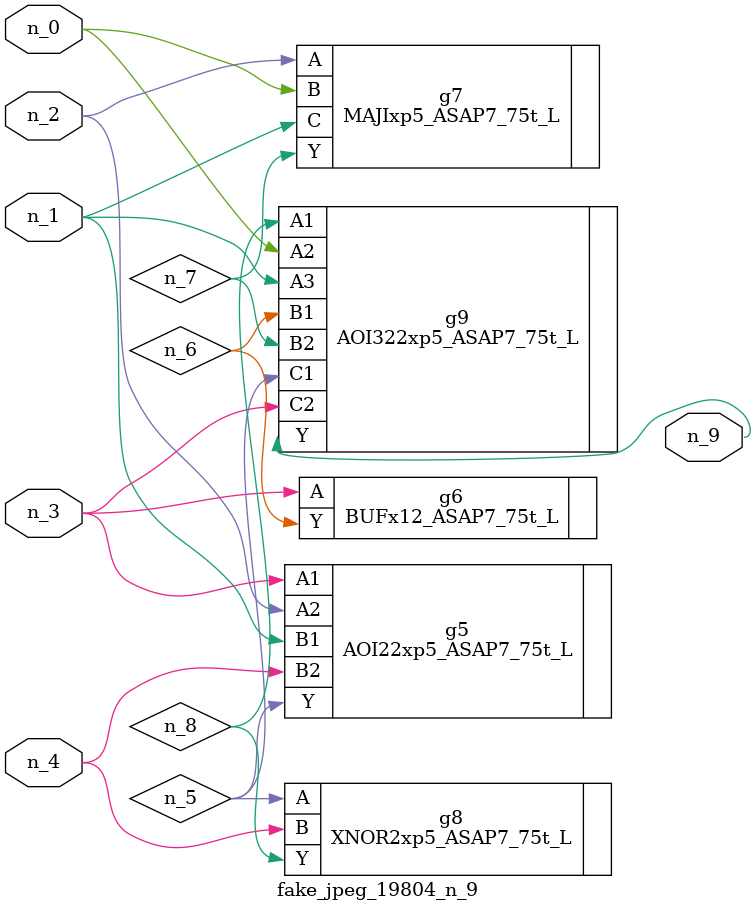
<source format=v>
module fake_jpeg_19804_n_9 (n_3, n_2, n_1, n_0, n_4, n_9);

input n_3;
input n_2;
input n_1;
input n_0;
input n_4;

output n_9;

wire n_8;
wire n_6;
wire n_5;
wire n_7;

AOI22xp5_ASAP7_75t_L g5 ( 
.A1(n_3),
.A2(n_2),
.B1(n_1),
.B2(n_4),
.Y(n_5)
);

BUFx12_ASAP7_75t_L g6 ( 
.A(n_3),
.Y(n_6)
);

MAJIxp5_ASAP7_75t_L g7 ( 
.A(n_2),
.B(n_0),
.C(n_1),
.Y(n_7)
);

XNOR2xp5_ASAP7_75t_L g8 ( 
.A(n_5),
.B(n_4),
.Y(n_8)
);

AOI322xp5_ASAP7_75t_L g9 ( 
.A1(n_8),
.A2(n_0),
.A3(n_1),
.B1(n_6),
.B2(n_7),
.C1(n_5),
.C2(n_3),
.Y(n_9)
);


endmodule
</source>
